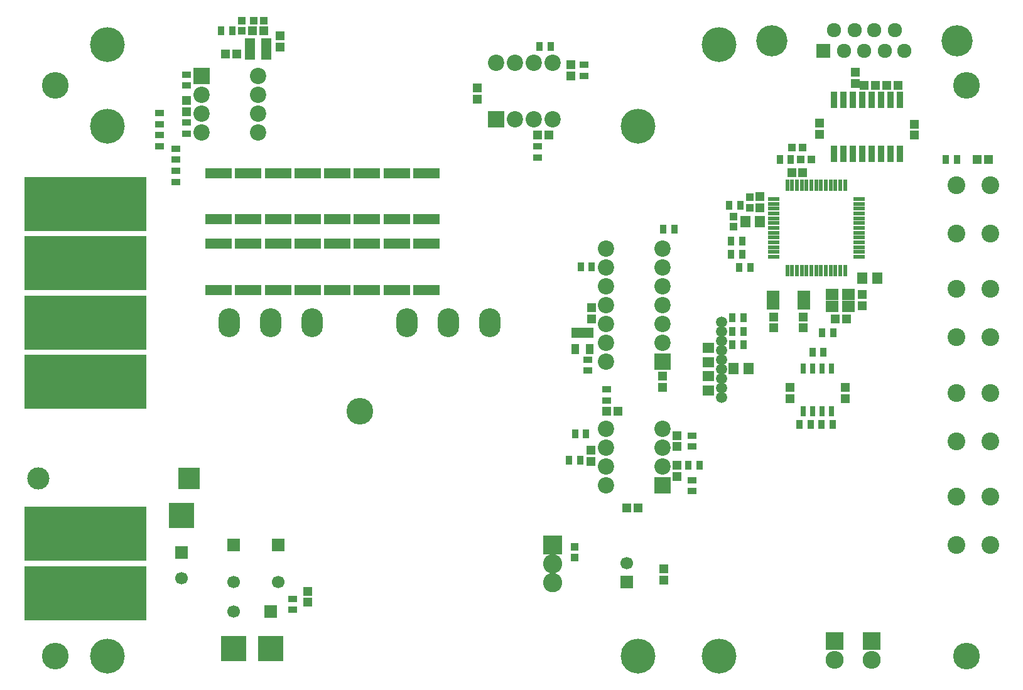
<source format=gts>
G04 #@! TF.FileFunction,Soldermask,Top*
%FSLAX46Y46*%
G04 Gerber Fmt 4.6, Leading zero omitted, Abs format (unit mm)*
G04 Created by KiCad (PCBNEW 4.0.2-stable) date 2016/10/31 21:02:32*
%MOMM*%
G01*
G04 APERTURE LIST*
%ADD10C,0.100000*%
%ADD11C,4.210000*%
%ADD12R,1.924000X1.924000*%
%ADD13C,1.924000*%
%ADD14C,1.500000*%
%ADD15R,0.545000X1.500000*%
%ADD16R,1.500000X0.545000*%
%ADD17R,3.600000X1.400000*%
%ADD18C,3.600000*%
%ADD19O,2.899360X3.900120*%
%ADD20R,1.200000X1.150000*%
%ADD21R,1.150000X1.200000*%
%ADD22R,1.650000X1.400000*%
%ADD23R,1.400000X1.650000*%
%ADD24R,1.100000X1.000000*%
%ADD25R,1.000000X1.100000*%
%ADD26R,16.400000X7.400000*%
%ADD27R,0.900000X1.300000*%
%ADD28R,1.300000X0.900000*%
%ADD29R,2.200000X2.200000*%
%ADD30C,2.200000*%
%ADD31R,1.050000X1.460000*%
%ADD32R,1.460000X1.050000*%
%ADD33C,1.700000*%
%ADD34R,1.700000X1.700000*%
%ADD35R,3.000000X3.000000*%
%ADD36C,3.000000*%
%ADD37R,1.197560X1.197560*%
%ADD38R,2.432000X2.432000*%
%ADD39O,2.432000X2.432000*%
%ADD40C,2.400000*%
%ADD41R,2.600000X2.600000*%
%ADD42C,2.600000*%
%ADD43R,0.800000X1.450000*%
%ADD44R,0.890000X2.270000*%
%ADD45R,1.700000X2.600000*%
%ADD46R,1.800000X1.600000*%
%ADD47C,4.700000*%
%ADD48R,3.400000X3.400000*%
G04 APERTURE END LIST*
D10*
D11*
X174554000Y-52000000D03*
X199573000Y-52000000D03*
D12*
X181539000Y-53397000D03*
D13*
X184333000Y-53397000D03*
X187000000Y-53397000D03*
X189794000Y-53397000D03*
X192461000Y-53397000D03*
X182936000Y-50603000D03*
X185730000Y-50603000D03*
X188397000Y-50603000D03*
X191191000Y-50603000D03*
D14*
X167800000Y-89920000D03*
X167800000Y-91190000D03*
X167800000Y-92460000D03*
X167800000Y-93730000D03*
X167800000Y-95000000D03*
X167800000Y-96270000D03*
X167800000Y-97540000D03*
X167800000Y-98810000D03*
X167800000Y-100080000D03*
D15*
X176650000Y-83000000D03*
X177300000Y-83000000D03*
X177950000Y-83000000D03*
X178600000Y-83000000D03*
X179250000Y-83000000D03*
X179900000Y-83000000D03*
X180550000Y-83000000D03*
X181200000Y-83000000D03*
X181850000Y-83000000D03*
X182500000Y-83000000D03*
X183150000Y-83000000D03*
X183800000Y-83000000D03*
X184450000Y-83000000D03*
D16*
X186300000Y-81150000D03*
X186300000Y-80500000D03*
X186300000Y-79850000D03*
X186300000Y-79200000D03*
X186300000Y-78550000D03*
X186300000Y-77900000D03*
X186300000Y-77250000D03*
X186300000Y-76600000D03*
X186300000Y-75950000D03*
X186300000Y-75300000D03*
X186300000Y-74650000D03*
X186300000Y-74000000D03*
X186300000Y-73350000D03*
D15*
X176650000Y-71500000D03*
X177300000Y-71500000D03*
X177950000Y-71500000D03*
X178600000Y-71500000D03*
X179250000Y-71500000D03*
X179900000Y-71500000D03*
X180550000Y-71500000D03*
X181200000Y-71500000D03*
X181850000Y-71500000D03*
X182500000Y-71500000D03*
X183150000Y-71500000D03*
X183800000Y-71500000D03*
X184450000Y-71500000D03*
D16*
X174800000Y-81150000D03*
X174800000Y-80500000D03*
X174800000Y-79850000D03*
X174800000Y-79200000D03*
X174800000Y-78550000D03*
X174800000Y-77900000D03*
X174800000Y-77250000D03*
X174800000Y-76600000D03*
X174800000Y-75950000D03*
X174800000Y-75300000D03*
X174800000Y-74650000D03*
X174800000Y-74000000D03*
X174800000Y-73350000D03*
D17*
X116000000Y-85600000D03*
X116000000Y-79400000D03*
X100000000Y-85600000D03*
X100000000Y-79400000D03*
D18*
X119000000Y-102000000D03*
D19*
X107000000Y-90000000D03*
X112588000Y-90000000D03*
X101412000Y-90000000D03*
D20*
X155050000Y-115000000D03*
X156550000Y-115000000D03*
D21*
X95700000Y-61550000D03*
X95700000Y-60050000D03*
D20*
X102450000Y-53800000D03*
X100950000Y-53800000D03*
D21*
X161800000Y-106750000D03*
X161800000Y-105250000D03*
X160000000Y-124750000D03*
X160000000Y-123250000D03*
D20*
X152300000Y-102000000D03*
X153800000Y-102000000D03*
X104550000Y-50700000D03*
X106050000Y-50700000D03*
X143000000Y-64750000D03*
X144500000Y-64750000D03*
D21*
X147500000Y-55250000D03*
X147500000Y-56750000D03*
X134875000Y-58375000D03*
X134875000Y-59875000D03*
D20*
X177250000Y-69800000D03*
X178750000Y-69800000D03*
D21*
X173000000Y-74550000D03*
X173000000Y-73050000D03*
X108300000Y-52850000D03*
X108300000Y-51350000D03*
X150300000Y-88000000D03*
X150300000Y-89500000D03*
D22*
X166000000Y-93400000D03*
X166000000Y-95400000D03*
D21*
X159800000Y-97250000D03*
X159800000Y-98750000D03*
D23*
X169400000Y-96200000D03*
X171400000Y-96200000D03*
D22*
X166000000Y-99200000D03*
X166000000Y-97200000D03*
D21*
X177000000Y-98750000D03*
X177000000Y-100250000D03*
X184500000Y-98750000D03*
X184500000Y-100250000D03*
X174800000Y-89250000D03*
X174800000Y-90750000D03*
X178800000Y-90750000D03*
X178800000Y-89250000D03*
D20*
X183150000Y-89500000D03*
X184650000Y-89500000D03*
D21*
X186800000Y-87750000D03*
X186800000Y-86250000D03*
D23*
X186800000Y-84000000D03*
X188800000Y-84000000D03*
D21*
X181000000Y-63150000D03*
X181000000Y-64650000D03*
D20*
X191550000Y-58000000D03*
X190050000Y-58000000D03*
D21*
X185800000Y-57750000D03*
X185800000Y-56250000D03*
D20*
X188550000Y-58000000D03*
X187050000Y-58000000D03*
D21*
X193800000Y-64750000D03*
X193800000Y-63250000D03*
D24*
X148000000Y-121700000D03*
X148000000Y-120300000D03*
X103100000Y-50700000D03*
X103100000Y-49300000D03*
D25*
X106100000Y-49300000D03*
X104700000Y-49300000D03*
X177300000Y-66400000D03*
X178700000Y-66400000D03*
X179900000Y-68000000D03*
X178500000Y-68000000D03*
D24*
X169400000Y-75700000D03*
X169400000Y-77100000D03*
X171600000Y-73100000D03*
X171600000Y-74500000D03*
D26*
X82000000Y-118500000D03*
X82000000Y-126500000D03*
X82000000Y-98000000D03*
X82000000Y-82000000D03*
X82000000Y-74000000D03*
X82000000Y-90000000D03*
D27*
X148750000Y-108600000D03*
X147250000Y-108600000D03*
D28*
X94200000Y-69550000D03*
X94200000Y-71050000D03*
X92000000Y-64750000D03*
X92000000Y-66250000D03*
X94200000Y-66550000D03*
X94200000Y-68050000D03*
X92000000Y-61750000D03*
X92000000Y-63250000D03*
X163800000Y-111250000D03*
X163800000Y-112750000D03*
X95700000Y-64550000D03*
X95700000Y-63050000D03*
X95700000Y-56550000D03*
X95700000Y-58050000D03*
X163800000Y-105250000D03*
X163800000Y-106750000D03*
D27*
X101850000Y-50700000D03*
X100350000Y-50700000D03*
D28*
X110000000Y-127250000D03*
X110000000Y-128750000D03*
X143000000Y-66250000D03*
X143000000Y-67750000D03*
X152300000Y-99000000D03*
X152300000Y-100500000D03*
D27*
X144750000Y-52750000D03*
X143250000Y-52750000D03*
D28*
X149250000Y-56750000D03*
X149250000Y-55250000D03*
D27*
X177150000Y-68000000D03*
X175650000Y-68000000D03*
X170350000Y-74200000D03*
X168850000Y-74200000D03*
D28*
X149800000Y-96500000D03*
X149800000Y-95000000D03*
D27*
X170750000Y-93000000D03*
X169250000Y-93000000D03*
X170750000Y-91200000D03*
X169250000Y-91200000D03*
X170750000Y-89400000D03*
X169250000Y-89400000D03*
X148800000Y-82500000D03*
X150300000Y-82500000D03*
X170550000Y-80800000D03*
X169050000Y-80800000D03*
X170550000Y-79000000D03*
X169050000Y-79000000D03*
X171650000Y-82600000D03*
X170150000Y-82600000D03*
X161450000Y-77400000D03*
X159950000Y-77400000D03*
X178300000Y-103750000D03*
X179800000Y-103750000D03*
X181300000Y-103750000D03*
X182800000Y-103750000D03*
X180050000Y-94000000D03*
X181550000Y-94000000D03*
X182850000Y-91400000D03*
X181350000Y-91400000D03*
X198050000Y-68000000D03*
X199550000Y-68000000D03*
D29*
X159800000Y-112000000D03*
D30*
X159800000Y-109460000D03*
X159800000Y-106920000D03*
X159800000Y-104380000D03*
X152180000Y-104380000D03*
X152180000Y-106920000D03*
X152180000Y-109460000D03*
X152180000Y-112000000D03*
D29*
X97700000Y-56800000D03*
D30*
X97700000Y-59340000D03*
X97700000Y-61880000D03*
X97700000Y-64420000D03*
X105320000Y-64420000D03*
X105320000Y-61880000D03*
X105320000Y-59340000D03*
X105320000Y-56800000D03*
D29*
X137375000Y-62625000D03*
D30*
X139915000Y-62625000D03*
X142455000Y-62625000D03*
X144995000Y-62625000D03*
X144995000Y-55005000D03*
X142455000Y-55005000D03*
X139915000Y-55005000D03*
X137375000Y-55005000D03*
D31*
X150000000Y-91400000D03*
X149050000Y-91400000D03*
X148100000Y-91400000D03*
X148100000Y-93600000D03*
X150000000Y-93600000D03*
D32*
X104200000Y-52150000D03*
X104200000Y-53100000D03*
X104200000Y-54050000D03*
X106400000Y-54050000D03*
X106400000Y-52150000D03*
X106400000Y-53100000D03*
D29*
X159800000Y-95250000D03*
D30*
X159800000Y-92710000D03*
X159800000Y-90170000D03*
X159800000Y-87630000D03*
X159800000Y-85090000D03*
X159800000Y-82550000D03*
X159800000Y-80010000D03*
X152180000Y-80010000D03*
X152180000Y-82550000D03*
X152180000Y-85090000D03*
X152180000Y-87630000D03*
X152180000Y-90170000D03*
X152180000Y-92710000D03*
X152180000Y-95250000D03*
D33*
X95000000Y-124500000D03*
D34*
X95000000Y-121000000D03*
X102000000Y-120000000D03*
D33*
X102000000Y-125000000D03*
D34*
X155000000Y-125000000D03*
D33*
X155000000Y-122500000D03*
D34*
X108000000Y-120000000D03*
D33*
X108000000Y-125000000D03*
D21*
X150200000Y-107250000D03*
X150200000Y-108750000D03*
X161800000Y-109250000D03*
X161800000Y-110750000D03*
D34*
X107000000Y-129000000D03*
D33*
X102000000Y-129000000D03*
D35*
X96000000Y-111000000D03*
D36*
X75680000Y-111000000D03*
D37*
X112000000Y-127749300D03*
X112000000Y-126250700D03*
X202250700Y-68000000D03*
X203749300Y-68000000D03*
D38*
X188000000Y-133000000D03*
D39*
X188000000Y-135540000D03*
D38*
X183000000Y-133000000D03*
D39*
X183000000Y-135540000D03*
D19*
X131000000Y-90000000D03*
X136588000Y-90000000D03*
X125412000Y-90000000D03*
D17*
X100000000Y-76100000D03*
X100000000Y-69900000D03*
D27*
X163300000Y-109250000D03*
X164800000Y-109250000D03*
X148050000Y-105000000D03*
X149550000Y-105000000D03*
D17*
X104000000Y-76100000D03*
X104000000Y-69900000D03*
X108000000Y-76100000D03*
X108000000Y-69900000D03*
X112000000Y-76100000D03*
X112000000Y-69900000D03*
X116000000Y-76100000D03*
X116000000Y-69900000D03*
X120000000Y-76100000D03*
X120000000Y-69900000D03*
X124000000Y-76100000D03*
X124000000Y-69900000D03*
X128000000Y-76100000D03*
X128000000Y-69900000D03*
X104000000Y-85600000D03*
X104000000Y-79400000D03*
X108000000Y-85600000D03*
X108000000Y-79400000D03*
X112000000Y-85600000D03*
X112000000Y-79400000D03*
X120000000Y-85600000D03*
X120000000Y-79400000D03*
X124000000Y-85600000D03*
X124000000Y-79400000D03*
X128000000Y-85600000D03*
X128000000Y-79400000D03*
D40*
X199500000Y-78000000D03*
X204000000Y-78000000D03*
X199500000Y-71500000D03*
X204000000Y-71500000D03*
X199500000Y-92000000D03*
X204000000Y-92000000D03*
X199500000Y-85500000D03*
X204000000Y-85500000D03*
X199500000Y-106000000D03*
X204000000Y-106000000D03*
X199500000Y-99500000D03*
X204000000Y-99500000D03*
X199500000Y-120000000D03*
X204000000Y-120000000D03*
X199500000Y-113500000D03*
X204000000Y-113500000D03*
D41*
X145000000Y-120000000D03*
D42*
X145000000Y-122540000D03*
X145000000Y-125080000D03*
D43*
X178800000Y-102000000D03*
X180070000Y-102000000D03*
X181340000Y-102000000D03*
X182610000Y-102000000D03*
X182610000Y-96250000D03*
X181340000Y-96250000D03*
X180070000Y-96250000D03*
X178800000Y-96250000D03*
D44*
X191800000Y-60000000D03*
X190530000Y-60000000D03*
X189260000Y-60000000D03*
X187990000Y-60000000D03*
X186720000Y-60000000D03*
X185450000Y-60000000D03*
X184180000Y-60000000D03*
X182910000Y-60000000D03*
X182910000Y-67300000D03*
X184180000Y-67300000D03*
X185450000Y-67300000D03*
X186720000Y-67300000D03*
X187990000Y-67300000D03*
X189260000Y-67300000D03*
X190530000Y-67300000D03*
X191800000Y-67300000D03*
D45*
X178900000Y-87000000D03*
X174700000Y-87000000D03*
D46*
X182700000Y-87800000D03*
X184900000Y-87800000D03*
X182700000Y-86200000D03*
X184900000Y-86200000D03*
D23*
X173000000Y-76400000D03*
X171000000Y-76400000D03*
D18*
X78000000Y-58000000D03*
X78000000Y-135000000D03*
X200800000Y-135000000D03*
X200800000Y-58000000D03*
D47*
X85000000Y-135000000D03*
X156500000Y-135000000D03*
X167500000Y-135000000D03*
X167500000Y-52500000D03*
X156500000Y-63500000D03*
X85000000Y-63500000D03*
X85000000Y-52500000D03*
D48*
X95000000Y-116000000D03*
X102000000Y-134000000D03*
X107000000Y-134000000D03*
M02*

</source>
